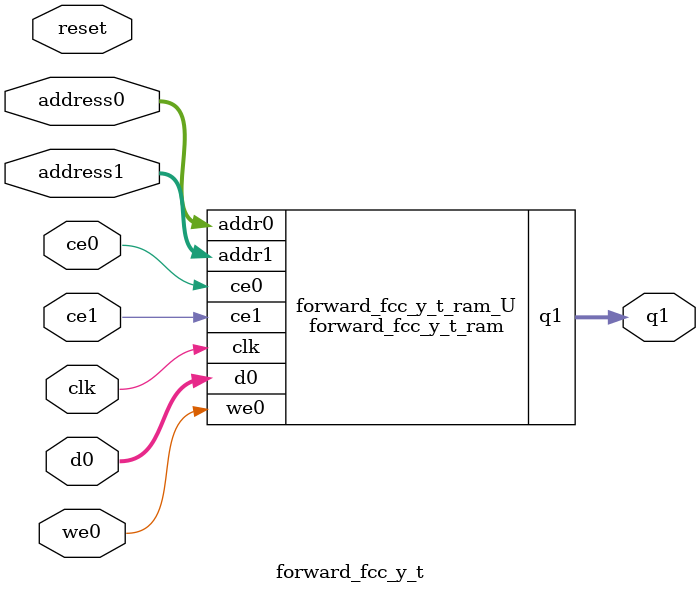
<source format=v>
`timescale 1 ns / 1 ps
module forward_fcc_y_t_ram (addr0, ce0, d0, we0, addr1, ce1, q1,  clk);

parameter DWIDTH = 32;
parameter AWIDTH = 7;
parameter MEM_SIZE = 100;

input[AWIDTH-1:0] addr0;
input ce0;
input[DWIDTH-1:0] d0;
input we0;
input[AWIDTH-1:0] addr1;
input ce1;
output reg[DWIDTH-1:0] q1;
input clk;

reg [DWIDTH-1:0] ram[0:MEM_SIZE-1];




always @(posedge clk)  
begin 
    if (ce0) begin
        if (we0) 
            ram[addr0] <= d0; 
    end
end


always @(posedge clk)  
begin 
    if (ce1) begin
        q1 <= ram[addr1];
    end
end


endmodule

`timescale 1 ns / 1 ps
module forward_fcc_y_t(
    reset,
    clk,
    address0,
    ce0,
    we0,
    d0,
    address1,
    ce1,
    q1);

parameter DataWidth = 32'd32;
parameter AddressRange = 32'd100;
parameter AddressWidth = 32'd7;
input reset;
input clk;
input[AddressWidth - 1:0] address0;
input ce0;
input we0;
input[DataWidth - 1:0] d0;
input[AddressWidth - 1:0] address1;
input ce1;
output[DataWidth - 1:0] q1;



forward_fcc_y_t_ram forward_fcc_y_t_ram_U(
    .clk( clk ),
    .addr0( address0 ),
    .ce0( ce0 ),
    .we0( we0 ),
    .d0( d0 ),
    .addr1( address1 ),
    .ce1( ce1 ),
    .q1( q1 ));

endmodule


</source>
